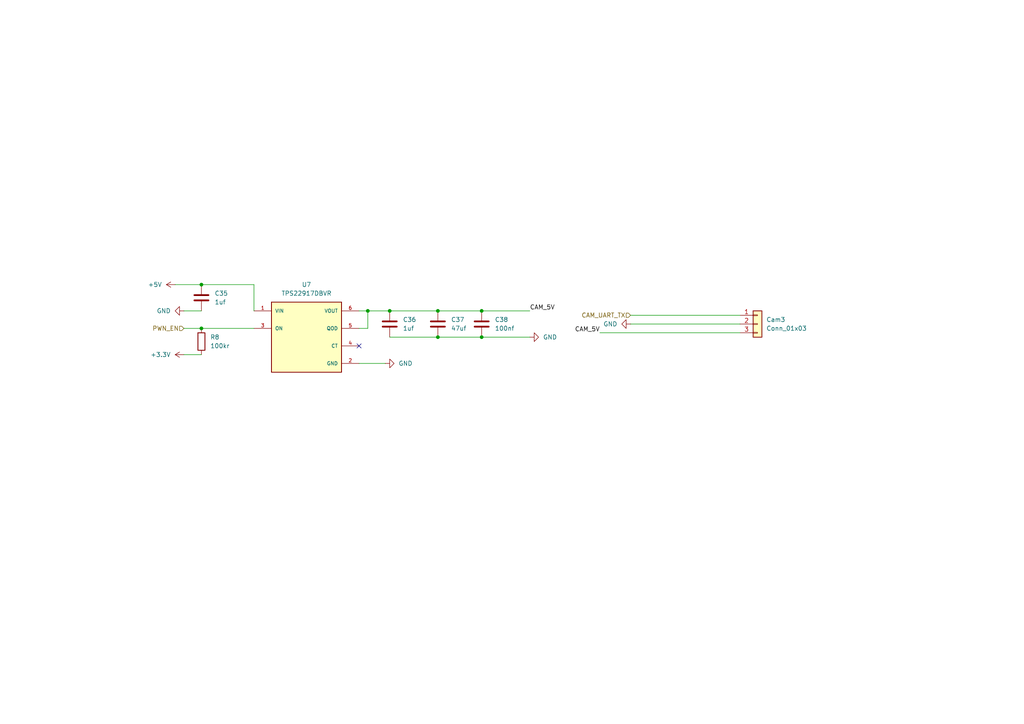
<source format=kicad_sch>
(kicad_sch (version 20250114) (generator "eeschema") (generator_version "9.0")
  (paper "A4")
  (lib_symbols
    (symbol "Connector_Generic:Conn_01x03" (pin_names (offset 1.016) (hide yes))
      (property "Reference" "J" (at 0 5.08 0))
      (property "Value" "Conn_01x03" (at 0 -5.08 0))
      (symbol "Conn_01x03_1_1"
        (rectangle (start -1.27 3.81) (end 1.27 -3.81) (stroke (width 0.254)) (fill (type background)))
        (rectangle (start -1.27 2.667) (end 0 2.413) (stroke (width 0.1524)))
        (rectangle (start -1.27 0.127) (end 0 -0.127) (stroke (width 0.1524)))
        (rectangle (start -1.27 -2.413) (end 0 -2.667) (stroke (width 0.1524)))
        (pin passive line (at -5.08 2.54 0) (length 3.81) (name "Pin_1") (number "1"))
        (pin passive line (at -5.08 0 0) (length 3.81) (name "Pin_2") (number "2"))
        (pin passive line (at -5.08 -2.54 0) (length 3.81) (name "Pin_3") (number "3"))
      )
    )
    (symbol "Device:C" (pin_numbers (hide yes)) (pin_names (offset 0.254))
      (property "Reference" "C" (at 0.635 2.54 0))
      (property "Value" "C" (at 0.635 -2.54 0))
      (symbol "C_0_1"
        (polyline (pts (xy -2.032 0.762) (xy 2.032 0.762)) (stroke (width 0.508)))
        (polyline (pts (xy -2.032 -0.762) (xy 2.032 -0.762)) (stroke (width 0.508)))
      )
      (symbol "C_1_1"
        (pin passive line (at 0 3.81 270) (length 2.794) (name "~") (number "1"))
        (pin passive line (at 0 -3.81 90) (length 2.794) (name "~") (number "2"))
      )
    )
    (symbol "Device:R" (pin_numbers (hide yes)) (pin_names (offset 0))
      (property "Reference" "R" (at 2.032 0 90))
      (property "Value" "R" (at 0 0 90))
      (symbol "R_0_1"
        (rectangle (start -1.016 -2.54) (end 1.016 2.54) (stroke (width 0.254)))
      )
      (symbol "R_1_1"
        (pin passive line (at 0 3.81 270) (length 1.27) (name "~") (number "1"))
        (pin passive line (at 0 -3.81 90) (length 1.27) (name "~") (number "2"))
      )
    )
    (symbol "TPS22917DBVR:TPS22917DBVR" (pin_names (offset 1.016))
      (property "Reference" "U" (at -10.16 10.922 0))
      (property "Value" "TPS22917DBVR" (at -10.16 -12.7 0))
      (symbol "TPS22917DBVR_0_0"
        (rectangle (start -10.16 -10.16) (end 10.16 10.16) (stroke (width 0.254)) (fill (type background)))
        (pin input line (at -15.24 7.62 0) (length 5.08) (name "VIN") (number "1"))
        (pin input line (at -15.24 2.54 0) (length 5.08) (name "ON") (number "3"))
        (pin output line (at 15.24 7.62 180) (length 5.08) (name "VOUT") (number "6"))
        (pin output line (at 15.24 2.54 180) (length 5.08) (name "QOD") (number "5"))
        (pin output line (at 15.24 -2.54 180) (length 5.08) (name "CT") (number "4"))
        (pin power_in line (at 15.24 -7.62 180) (length 5.08) (name "GND") (number "2"))
      )
    )
    (symbol "power:+3.3V" (power) (pin_numbers (hide yes)) (pin_names (offset 0) (hide yes))
      (property "Value" "+3.3V" (at 0 3.556 0))
      (symbol "+3.3V_0_1"
        (polyline (pts (xy -0.762 1.27) (xy 0 2.54)))
        (polyline (pts (xy 0 2.54) (xy 0.762 1.27)))
        (polyline (pts (xy 0 0) (xy 0 2.54)))
      )
      (symbol "+3.3V_1_1"
        (pin power_in line (at 0 0 90) (length 0) (name "~") (number "1"))
      )
    )
    (symbol "power:+5V" (power) (pin_numbers (hide yes)) (pin_names (offset 0) (hide yes))
      (property "Value" "+5V" (at 0 3.556 0))
      (symbol "+5V_0_1"
        (polyline (pts (xy -0.762 1.27) (xy 0 2.54)))
        (polyline (pts (xy 0 2.54) (xy 0.762 1.27)))
        (polyline (pts (xy 0 0) (xy 0 2.54)))
      )
      (symbol "+5V_1_1"
        (pin power_in line (at 0 0 90) (length 0) (name "~") (number "1"))
      )
    )
    (symbol "power:GND" (power) (pin_numbers (hide yes)) (pin_names (offset 0) (hide yes))
      (property "Value" "GND" (at 0 -3.81 0))
      (symbol "GND_0_1"
        (polyline (pts (xy 0 0) (xy 0 -1.27) (xy 1.27 -1.27) (xy 0 -2.54) (xy -1.27 -1.27) (xy 0 -1.27)))
      )
      (symbol "GND_1_1"
        (pin power_in line (at 0 0 270) (length 0) (name "~") (number "1"))
      )
    )
  )
  (junction (at 58.42 95.25))
  (junction (at 139.7 90.17))
  (junction (at 58.42 82.55))
  (junction (at 127 90.17))
  (junction (at 127 97.79))
  (junction (at 113.03 90.17))
  (junction (at 139.7 97.79))
  (junction (at 106.68 90.17))
  (no_connect (at 104.14 100.33))
  (wire (pts (xy 104.14 95.25) (xy 106.68 95.25)))
  (wire (pts (xy 53.34 95.25) (xy 58.42 95.25)))
  (wire (pts (xy 58.42 95.25) (xy 73.66 95.25)))
  (wire (pts (xy 182.88 91.44) (xy 214.63 91.44)))
  (wire (pts (xy 127 90.17) (xy 139.7 90.17)))
  (wire (pts (xy 50.8 82.55) (xy 58.42 82.55)))
  (wire (pts (xy 139.7 97.79) (xy 153.67 97.79)))
  (wire (pts (xy 53.34 102.87) (xy 58.42 102.87)))
  (wire (pts (xy 106.68 95.25) (xy 106.68 90.17)))
  (wire (pts (xy 173.99 96.52) (xy 214.63 96.52)))
  (wire (pts (xy 113.03 97.79) (xy 127 97.79)))
  (wire (pts (xy 73.66 82.55) (xy 73.66 90.17)))
  (wire (pts (xy 53.34 90.17) (xy 58.42 90.17)))
  (wire (pts (xy 127 97.79) (xy 139.7 97.79)))
  (wire (pts (xy 106.68 90.17) (xy 113.03 90.17)))
  (wire (pts (xy 104.14 105.41) (xy 111.76 105.41)))
  (wire (pts (xy 104.14 90.17) (xy 106.68 90.17)))
  (wire (pts (xy 139.7 90.17) (xy 153.67 90.17)))
  (wire (pts (xy 58.42 82.55) (xy 73.66 82.55)))
  (wire (pts (xy 182.88 93.98) (xy 214.63 93.98)))
  (wire (pts (xy 113.03 90.17) (xy 127 90.17)))
  (label "CAM_5V" (at 173.99 96.52 180))
  (label "CAM_5V" (at 153.67 90.17 0))
  (label "" (at 116.84 90.17 0))
  (hierarchical_label "CAM_UART_TX" (shape input) (at 182.88 91.44 180))
  (hierarchical_label "PWN_EN" (shape input) (at 53.34 95.25 180))
  (symbol (lib_id "Device:C") (at 127 93.98 0) (unit 1)
    (property "Reference" "C13" (at 130.81 92.7099 0) (effects (justify left)))
    (property "Value" "47uf" (at 130.81 95.2499 0) (effects (justify left)))
    (property "Footprint" "Capacitor_SMD:C_0805_2012Metric_Pad1.18x1.45mm_HandSolder" (effects (hide yes)))
    (property "Description" "Unpolarized capacitor" (effects (hide yes)))
    (property "LCSC" "C16780" (effects (hide yes)))
    (instances (project "CameraBoard" (path "" (reference "C37") (unit 1)) (path "" (reference "C33") (unit 1)) (path "" (reference "C13") (unit 1))))
  )
  (symbol (lib_id "Device:C") (at 58.42 86.36 0) (unit 1)
    (property "Reference" "C12" (at 62.23 85.0899 0) (effects (justify left)))
    (property "Value" "1uf" (at 62.23 87.6299 0) (effects (justify left)))
    (property "Footprint" "Capacitor_SMD:C_0805_2012Metric_Pad1.18x1.45mm_HandSolder" (effects (hide yes)))
    (property "Description" "Unpolarized capacitor" (effects (hide yes)))
    (property "LCSC" "C28323" (effects (hide yes)))
    (instances (project "CameraBoard" (path "" (reference "C35") (unit 1)) (path "" (reference "C23") (unit 1)) (path "" (reference "C12") (unit 1))))
  )
  (symbol (lib_id "Device:C") (at 139.7 93.98 0) (unit 1)
    (property "Reference" "C15" (at 143.51 92.7099 0) (effects (justify left)))
    (property "Value" "100nf" (at 143.51 95.2499 0) (effects (justify left)))
    (property "Footprint" "Capacitor_SMD:C_0805_2012Metric_Pad1.18x1.45mm_HandSolder" (effects (hide yes)))
    (property "Description" "Unpolarized capacitor" (effects (hide yes)))
    (property "LCSC" "C49678" (effects (hide yes)))
    (instances (project "CameraBoard" (path "" (reference "C38") (unit 1)) (path "" (reference "C34") (unit 1)) (path "" (reference "C15") (unit 1))))
  )
  (symbol (lib_id "Device:R") (at 58.42 99.06 0) (unit 1)
    (property "Reference" "R2" (at 60.96 97.7899 0) (effects (justify left)))
    (property "Value" "100kr" (at 60.96 100.3299 0) (effects (justify left)))
    (property "Footprint" "Resistor_SMD:R_0805_2012Metric_Pad1.20x1.40mm_HandSolder" (effects (hide yes)))
    (property "Description" "Resistor" (effects (hide yes)))
    (property "LCSC" "C96346" (effects (hide yes)))
    (instances (project "CameraBoard" (path "" (reference "R8") (unit 1)) (path "" (reference "R1") (unit 1)) (path "" (reference "R2") (unit 1))))
  )
  (symbol (lib_id "Connector_Generic:Conn_01x03") (at 219.71 93.98 0) (unit 1)
    (property "Reference" "Cam1" (at 222.25 92.7099 0) (effects (justify left)))
    (property "Value" "Conn_01x03" (at 222.25 95.2499 0) (effects (justify left)))
    (property "Footprint" "Connector_JST:JST_PH_B3B-PH-K_1x03_P2.00mm_Vertical" (effects (hide yes)))
    (property "Description" "Generic connector, single row, 01x03, script generated (kicad-library-utils/schlib/autogen/connector/)" (effects (hide yes)))
    (property "LCSC" "C131339" (effects (hide yes)))
    (instances (project "CameraBoard" (path "" (reference "Cam3") (unit 1)) (path "" (reference "Cam2") (unit 1)) (path "" (reference "Cam1") (unit 1))))
  )
  (symbol (lib_id "power:+3.3V") (at 53.34 102.87 90) (unit 1)
    (property "Reference" "#PWR010" (effects (hide yes)))
    (property "Value" "+3.3V" (at 49.53 102.8699 90) (effects (justify left)))
    (property "Description" "Power symbol creates a global label with name \"+3.3V\"" (effects (hide yes)))
    (instances (project "CameraBoard" (path "" (reference "#PWR074") (unit 1)) (path "" (reference "#PWR058") (unit 1)) (path "" (reference "#PWR010") (unit 1))))
  )
  (symbol (lib_id "power:GND") (at 111.76 105.41 90) (unit 1)
    (property "Reference" "#PWR029" (effects (hide yes)))
    (property "Value" "GND" (at 115.57 105.4099 90) (effects (justify right)))
    (property "Description" "Power symbol creates a global label with name \"GND\" , ground" (effects (hide yes)))
    (instances (project "CameraBoard" (path "" (reference "#PWR075") (unit 1)) (path "" (reference "#PWR066") (unit 1)) (path "" (reference "#PWR029") (unit 1))))
  )
  (symbol (lib_id "Device:C") (at 113.03 93.98 0) (unit 1)
    (property "Reference" "C14" (at 116.84 92.7099 0) (effects (justify left)))
    (property "Value" "1uf" (at 116.84 95.2499 0) (effects (justify left)))
    (property "Footprint" "Capacitor_SMD:C_0805_2012Metric_Pad1.18x1.45mm_HandSolder" (effects (hide yes)))
    (property "Description" "Unpolarized capacitor" (effects (hide yes)))
    (property "LCSC" "C28323" (effects (hide yes)))
    (instances (project "CameraBoard" (path "" (reference "C36") (unit 1)) (path "" (reference "C32") (unit 1)) (path "" (reference "C14") (unit 1))))
  )
  (symbol (lib_id "power:GND") (at 153.67 97.79 90) (unit 1)
    (property "Reference" "#PWR011" (effects (hide yes)))
    (property "Value" "GND" (at 157.48 97.7899 90) (effects (justify right)))
    (property "Description" "Power symbol creates a global label with name \"GND\" , ground" (effects (hide yes)))
    (instances (project "CameraBoard" (path "" (reference "#PWR076") (unit 1)) (path "" (reference "#PWR070") (unit 1)) (path "" (reference "#PWR011") (unit 1))))
  )
  (symbol (lib_id "TPS22917DBVR:TPS22917DBVR") (at 88.9 97.79 0) (unit 1)
    (property "Reference" "U2" (at 88.9 82.55 0))
    (property "Value" "TPS22917DBVR" (at 88.9 85.09 0))
    (property "Footprint" "myFootprints:SOT95P280X145-6N" (effects (hide yes)))
    (property "PARTREV" "B" (effects (hide yes)))
    (property "STANDARD" "IPC 7351B" (effects (hide yes)))
    (property "MAXIMUM_PACKAGE_HEIGHT" "1.45mm" (effects (hide yes)))
    (property "MANUFACTURER" "Texas Instruments" (effects (hide yes)))
    (property "LCSC" "C2681320" (effects (hide yes)))
    (instances (project "CameraBoard" (path "" (reference "U7") (unit 1)) (path "" (reference "U4") (unit 1)) (path "" (reference "U2") (unit 1))))
  )
  (symbol (lib_id "power:GND") (at 182.88 93.98 270) (unit 1)
    (property "Reference" "#PWR015" (effects (hide yes)))
    (property "Value" "GND" (at 179.07 93.9799 90) (effects (justify right)))
    (property "Description" "Power symbol creates a global label with name \"GND\" , ground" (effects (hide yes)))
    (instances (project "CameraBoard" (path "" (reference "#PWR077") (unit 1)) (path "" (reference "#PWR071") (unit 1)) (path "" (reference "#PWR015") (unit 1))))
  )
  (symbol (lib_id "power:+5V") (at 50.8 82.55 90) (unit 1)
    (property "Reference" "#PWR023" (effects (hide yes)))
    (property "Value" "+5V" (at 46.99 82.5499 90) (effects (justify left)))
    (property "Description" "Power symbol creates a global label with name \"+5V\"" (effects (hide yes)))
    (instances (project "CameraBoard" (path "" (reference "#PWR072") (unit 1)) (path "" (reference "#PWR039") (unit 1)) (path "" (reference "#PWR023") (unit 1))))
  )
  (symbol (lib_id "power:GND") (at 53.34 90.17 270) (unit 1)
    (property "Reference" "#PWR07" (effects (hide yes)))
    (property "Value" "GND" (at 49.53 90.1699 90) (effects (justify right)))
    (property "Description" "Power symbol creates a global label with name \"GND\" , ground" (effects (hide yes)))
    (instances (project "CameraBoard" (path "" (reference "#PWR073") (unit 1)) (path "" (reference "#PWR046") (unit 1)) (path "" (reference "#PWR07") (unit 1))))
  )
)
</source>
